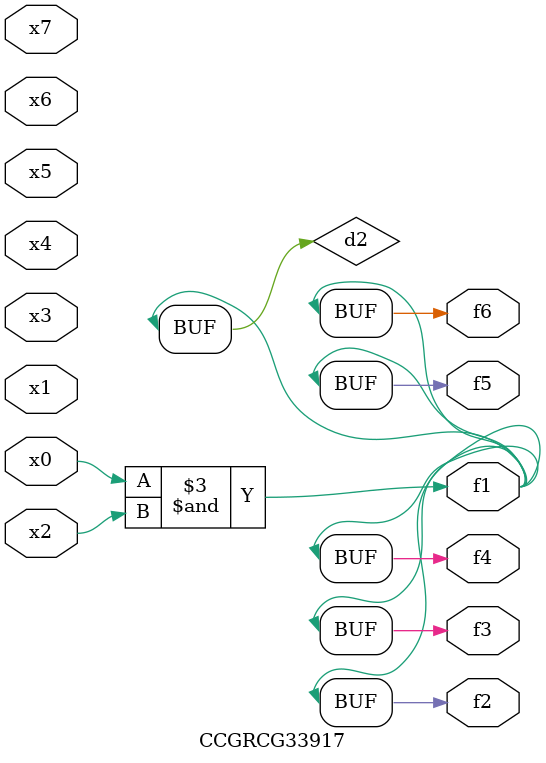
<source format=v>
module CCGRCG33917(
	input x0, x1, x2, x3, x4, x5, x6, x7,
	output f1, f2, f3, f4, f5, f6
);

	wire d1, d2;

	nor (d1, x3, x6);
	and (d2, x0, x2);
	assign f1 = d2;
	assign f2 = d2;
	assign f3 = d2;
	assign f4 = d2;
	assign f5 = d2;
	assign f6 = d2;
endmodule

</source>
